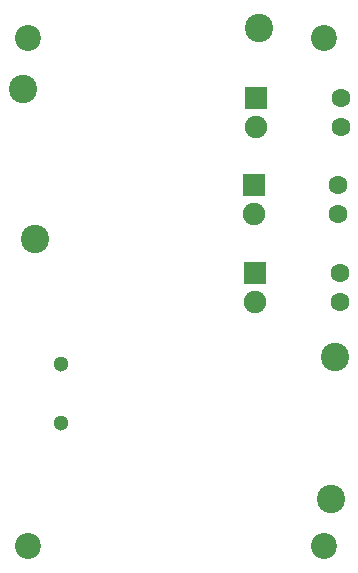
<source format=gbs>
G04 #@! TF.GenerationSoftware,KiCad,Pcbnew,5.1.9-73d0e3b20d~88~ubuntu20.04.1*
G04 #@! TF.CreationDate,2021-04-17T15:17:50-04:00*
G04 #@! TF.ProjectId,Antoinette_PowerBank,416e746f-696e-4657-9474-655f506f7765,rev?*
G04 #@! TF.SameCoordinates,Original*
G04 #@! TF.FileFunction,Soldermask,Bot*
G04 #@! TF.FilePolarity,Negative*
%FSLAX46Y46*%
G04 Gerber Fmt 4.6, Leading zero omitted, Abs format (unit mm)*
G04 Created by KiCad (PCBNEW 5.1.9-73d0e3b20d~88~ubuntu20.04.1) date 2021-04-17 15:17:50*
%MOMM*%
%LPD*%
G01*
G04 APERTURE LIST*
%ADD10C,2.200000*%
%ADD11C,2.400000*%
%ADD12R,1.900000X1.900000*%
%ADD13C,1.900000*%
%ADD14C,1.600000*%
%ADD15C,1.300000*%
G04 APERTURE END LIST*
D10*
X73000000Y-75000000D03*
X98000000Y-75000000D03*
X98000000Y-32000000D03*
X73000000Y-32000000D03*
D11*
X92531000Y-31094400D03*
X72528500Y-36276000D03*
X98627000Y-70972400D03*
X98982600Y-58932800D03*
X73608000Y-48976000D03*
D12*
X92264300Y-37012600D03*
D13*
X92264300Y-39512600D03*
D14*
X99444300Y-37012600D03*
X99444300Y-39512600D03*
D12*
X92073800Y-44378600D03*
D13*
X92073800Y-46878600D03*
D14*
X99253800Y-44378600D03*
X99253800Y-46878600D03*
D12*
X92213500Y-51833500D03*
D13*
X92213500Y-54333500D03*
D14*
X99393500Y-51833500D03*
X99393500Y-54333500D03*
D15*
X75767000Y-64557000D03*
X75767000Y-59557000D03*
M02*

</source>
